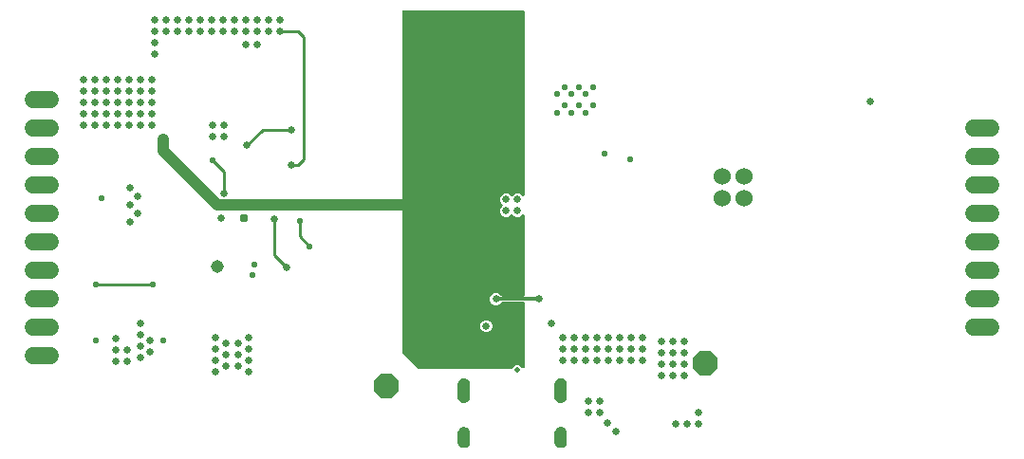
<source format=gbr>
G04 EAGLE Gerber RS-274X export*
G75*
%MOMM*%
%FSLAX34Y34*%
%LPD*%
%INBottom Copper*%
%IPPOS*%
%AMOC8*
5,1,8,0,0,1.08239X$1,22.5*%
G01*
%ADD10C,1.108000*%
%ADD11C,1.524000*%
%ADD12P,2.336880X8X22.500000*%
%ADD13C,0.534000*%
%ADD14C,0.661000*%
%ADD15C,1.143000*%
%ADD16C,1.524000*%
%ADD17C,0.480000*%
%ADD18C,0.630000*%
%ADD19C,0.680000*%
%ADD20C,0.304800*%
%ADD21C,0.254000*%
%ADD22C,0.580000*%
%ADD23C,0.508000*%
%ADD24C,1.016000*%
%ADD25C,0.780000*%

G36*
X449280Y76213D02*
X449280Y76213D01*
X449379Y76216D01*
X449437Y76233D01*
X449497Y76241D01*
X449589Y76277D01*
X449684Y76305D01*
X449736Y76335D01*
X449793Y76358D01*
X449873Y76416D01*
X449958Y76466D01*
X450034Y76532D01*
X450050Y76544D01*
X450058Y76554D01*
X450079Y76573D01*
X452837Y79331D01*
X456483Y79331D01*
X458843Y76971D01*
X458952Y76886D01*
X459059Y76797D01*
X459078Y76789D01*
X459094Y76776D01*
X459222Y76721D01*
X459347Y76662D01*
X459367Y76658D01*
X459386Y76650D01*
X459524Y76628D01*
X459660Y76602D01*
X459680Y76603D01*
X459700Y76600D01*
X459839Y76613D01*
X459977Y76622D01*
X459996Y76628D01*
X460016Y76630D01*
X460148Y76677D01*
X460279Y76720D01*
X460297Y76730D01*
X460316Y76737D01*
X460431Y76815D01*
X460548Y76890D01*
X460562Y76905D01*
X460579Y76916D01*
X460671Y77020D01*
X460766Y77121D01*
X460776Y77139D01*
X460789Y77154D01*
X460853Y77278D01*
X460920Y77400D01*
X460925Y77420D01*
X460934Y77438D01*
X460964Y77573D01*
X460999Y77708D01*
X461001Y77736D01*
X461004Y77748D01*
X461003Y77768D01*
X461009Y77869D01*
X461009Y134736D01*
X460994Y134854D01*
X460987Y134973D01*
X460974Y135011D01*
X460969Y135052D01*
X460926Y135162D01*
X460889Y135275D01*
X460867Y135310D01*
X460852Y135347D01*
X460783Y135443D01*
X460719Y135544D01*
X460689Y135572D01*
X460666Y135605D01*
X460574Y135681D01*
X460487Y135762D01*
X460452Y135782D01*
X460421Y135807D01*
X460313Y135858D01*
X460209Y135916D01*
X460169Y135926D01*
X460133Y135943D01*
X460016Y135965D01*
X459901Y135995D01*
X459841Y135999D01*
X459821Y136003D01*
X459800Y136001D01*
X459740Y136005D01*
X441299Y136005D01*
X441270Y136002D01*
X441240Y136004D01*
X441113Y135982D01*
X440984Y135965D01*
X440956Y135955D01*
X440927Y135949D01*
X440809Y135896D01*
X440688Y135848D01*
X440664Y135831D01*
X440637Y135819D01*
X440536Y135738D01*
X440431Y135662D01*
X440412Y135639D01*
X440389Y135620D01*
X440311Y135517D01*
X440228Y135417D01*
X440222Y135405D01*
X438669Y133851D01*
X436684Y133029D01*
X434536Y133029D01*
X432551Y133851D01*
X431031Y135371D01*
X430209Y137356D01*
X430209Y139504D01*
X431031Y141489D01*
X432551Y143009D01*
X434536Y143831D01*
X436684Y143831D01*
X438669Y143009D01*
X440243Y141435D01*
X440284Y141362D01*
X440305Y141341D01*
X440321Y141316D01*
X440415Y141227D01*
X440505Y141134D01*
X440531Y141118D01*
X440552Y141098D01*
X440666Y141035D01*
X440776Y140967D01*
X440805Y140959D01*
X440831Y140944D01*
X440956Y140912D01*
X441080Y140874D01*
X441110Y140872D01*
X441139Y140865D01*
X441299Y140855D01*
X459740Y140855D01*
X459858Y140870D01*
X459977Y140877D01*
X460015Y140890D01*
X460056Y140895D01*
X460166Y140938D01*
X460279Y140975D01*
X460314Y140997D01*
X460351Y141012D01*
X460447Y141081D01*
X460548Y141145D01*
X460576Y141175D01*
X460609Y141198D01*
X460685Y141290D01*
X460766Y141377D01*
X460786Y141412D01*
X460811Y141443D01*
X460862Y141551D01*
X460920Y141655D01*
X460930Y141695D01*
X460947Y141731D01*
X460969Y141848D01*
X460999Y141963D01*
X461003Y142023D01*
X461007Y142043D01*
X461005Y142064D01*
X461009Y142124D01*
X461009Y212952D01*
X460992Y213089D01*
X460979Y213228D01*
X460972Y213247D01*
X460969Y213267D01*
X460918Y213396D01*
X460871Y213527D01*
X460860Y213544D01*
X460852Y213563D01*
X460771Y213675D01*
X460693Y213790D01*
X460677Y213804D01*
X460666Y213820D01*
X460558Y213909D01*
X460454Y214001D01*
X460436Y214010D01*
X460421Y214023D01*
X460295Y214082D01*
X460171Y214145D01*
X460151Y214150D01*
X460133Y214158D01*
X459997Y214185D01*
X459861Y214215D01*
X459840Y214214D01*
X459821Y214218D01*
X459682Y214210D01*
X459543Y214205D01*
X459523Y214200D01*
X459503Y214199D01*
X459371Y214156D01*
X459237Y214117D01*
X459220Y214107D01*
X459201Y214100D01*
X459083Y214026D01*
X458963Y213955D01*
X458942Y213937D01*
X458932Y213930D01*
X458918Y213915D01*
X458843Y213849D01*
X457665Y212672D01*
X455715Y211864D01*
X453605Y211864D01*
X451655Y212672D01*
X450477Y213849D01*
X450383Y213922D01*
X450294Y214001D01*
X450258Y214019D01*
X450226Y214044D01*
X450117Y214091D01*
X450011Y214145D01*
X449972Y214154D01*
X449934Y214170D01*
X449817Y214189D01*
X449701Y214215D01*
X449660Y214214D01*
X449620Y214220D01*
X449502Y214209D01*
X449383Y214205D01*
X449344Y214194D01*
X449304Y214190D01*
X449192Y214150D01*
X449077Y214117D01*
X449042Y214096D01*
X449004Y214083D01*
X448906Y214016D01*
X448803Y213955D01*
X448758Y213916D01*
X448741Y213904D01*
X448728Y213889D01*
X448682Y213849D01*
X447505Y212672D01*
X445555Y211864D01*
X443445Y211864D01*
X441495Y212672D01*
X440002Y214165D01*
X439194Y216115D01*
X439194Y218225D01*
X440002Y220175D01*
X441179Y221353D01*
X441252Y221447D01*
X441331Y221536D01*
X441349Y221572D01*
X441374Y221604D01*
X441421Y221713D01*
X441475Y221819D01*
X441484Y221858D01*
X441500Y221896D01*
X441519Y222013D01*
X441545Y222129D01*
X441544Y222170D01*
X441550Y222210D01*
X441539Y222328D01*
X441535Y222447D01*
X441524Y222486D01*
X441520Y222526D01*
X441480Y222638D01*
X441447Y222753D01*
X441426Y222788D01*
X441413Y222826D01*
X441346Y222924D01*
X441285Y223027D01*
X441246Y223072D01*
X441234Y223089D01*
X441219Y223102D01*
X441179Y223148D01*
X440002Y224325D01*
X439194Y226275D01*
X439194Y228385D01*
X440002Y230335D01*
X441495Y231828D01*
X443445Y232636D01*
X445555Y232636D01*
X447505Y231828D01*
X448682Y230651D01*
X448777Y230578D01*
X448866Y230499D01*
X448902Y230481D01*
X448934Y230456D01*
X449043Y230409D01*
X449149Y230355D01*
X449188Y230346D01*
X449226Y230330D01*
X449343Y230311D01*
X449459Y230285D01*
X449500Y230286D01*
X449540Y230280D01*
X449658Y230291D01*
X449777Y230295D01*
X449816Y230306D01*
X449856Y230310D01*
X449969Y230350D01*
X450083Y230383D01*
X450117Y230404D01*
X450156Y230417D01*
X450254Y230484D01*
X450357Y230545D01*
X450402Y230584D01*
X450419Y230596D01*
X450432Y230611D01*
X450477Y230651D01*
X451655Y231828D01*
X453605Y232636D01*
X455715Y232636D01*
X457665Y231828D01*
X458843Y230651D01*
X458952Y230566D01*
X459059Y230477D01*
X459078Y230468D01*
X459094Y230456D01*
X459222Y230401D01*
X459347Y230342D01*
X459367Y230338D01*
X459386Y230330D01*
X459524Y230308D01*
X459660Y230282D01*
X459680Y230283D01*
X459700Y230280D01*
X459839Y230293D01*
X459977Y230301D01*
X459996Y230308D01*
X460016Y230310D01*
X460148Y230357D01*
X460279Y230400D01*
X460297Y230410D01*
X460316Y230417D01*
X460431Y230495D01*
X460548Y230570D01*
X460562Y230584D01*
X460579Y230596D01*
X460671Y230700D01*
X460766Y230801D01*
X460776Y230819D01*
X460789Y230834D01*
X460853Y230958D01*
X460920Y231080D01*
X460925Y231099D01*
X460934Y231117D01*
X460964Y231253D01*
X460999Y231388D01*
X461001Y231416D01*
X461004Y231428D01*
X461003Y231448D01*
X461009Y231548D01*
X461009Y394968D01*
X460994Y395086D01*
X460987Y395205D01*
X460974Y395243D01*
X460969Y395284D01*
X460926Y395394D01*
X460889Y395507D01*
X460867Y395542D01*
X460852Y395579D01*
X460782Y395675D01*
X460719Y395776D01*
X460689Y395804D01*
X460666Y395837D01*
X460574Y395913D01*
X460487Y395994D01*
X460452Y396014D01*
X460421Y396039D01*
X460313Y396090D01*
X460209Y396148D01*
X460169Y396158D01*
X460133Y396175D01*
X460016Y396197D01*
X459901Y396227D01*
X459840Y396231D01*
X459820Y396235D01*
X459800Y396233D01*
X459740Y396237D01*
X353060Y396237D01*
X352942Y396222D01*
X352823Y396215D01*
X352785Y396202D01*
X352744Y396197D01*
X352634Y396154D01*
X352521Y396117D01*
X352486Y396095D01*
X352449Y396080D01*
X352353Y396011D01*
X352252Y395947D01*
X352224Y395917D01*
X352191Y395894D01*
X352116Y395802D01*
X352034Y395715D01*
X352014Y395680D01*
X351989Y395649D01*
X351938Y395541D01*
X351880Y395437D01*
X351870Y395397D01*
X351853Y395361D01*
X351831Y395244D01*
X351801Y395129D01*
X351797Y395069D01*
X351793Y395049D01*
X351795Y395028D01*
X351791Y394968D01*
X351791Y91440D01*
X351803Y91342D01*
X351806Y91243D01*
X351823Y91185D01*
X351831Y91124D01*
X351867Y91032D01*
X351895Y90937D01*
X351917Y90899D01*
X351919Y90892D01*
X351928Y90879D01*
X351948Y90829D01*
X352006Y90749D01*
X352056Y90663D01*
X352086Y90630D01*
X352090Y90624D01*
X352099Y90615D01*
X352122Y90588D01*
X352134Y90571D01*
X352144Y90564D01*
X352163Y90543D01*
X366133Y76573D01*
X366211Y76512D01*
X366283Y76444D01*
X366336Y76415D01*
X366384Y76378D01*
X366475Y76338D01*
X366561Y76290D01*
X366620Y76275D01*
X366676Y76251D01*
X366774Y76236D01*
X366869Y76211D01*
X366969Y76205D01*
X366990Y76201D01*
X367002Y76203D01*
X367030Y76201D01*
X449181Y76201D01*
X449280Y76213D01*
G37*
G36*
X407969Y45929D02*
X407969Y45929D01*
X408010Y45943D01*
X408077Y45954D01*
X409134Y46324D01*
X409155Y46336D01*
X409171Y46340D01*
X409194Y46355D01*
X409235Y46372D01*
X410183Y46968D01*
X410214Y46998D01*
X410270Y47038D01*
X411062Y47830D01*
X411086Y47866D01*
X411132Y47917D01*
X411728Y48865D01*
X411743Y48905D01*
X411776Y48966D01*
X412146Y50023D01*
X412152Y50065D01*
X412171Y50132D01*
X412296Y51244D01*
X412294Y51269D01*
X412299Y51300D01*
X412299Y62300D01*
X412294Y62324D01*
X412296Y62356D01*
X412171Y63469D01*
X412157Y63510D01*
X412146Y63577D01*
X411776Y64634D01*
X411754Y64671D01*
X411728Y64735D01*
X411132Y65683D01*
X411102Y65714D01*
X411062Y65770D01*
X410270Y66562D01*
X410234Y66586D01*
X410183Y66632D01*
X409235Y67228D01*
X409195Y67243D01*
X409134Y67276D01*
X408077Y67646D01*
X408035Y67652D01*
X407969Y67671D01*
X406856Y67796D01*
X406813Y67792D01*
X406744Y67796D01*
X405632Y67671D01*
X405590Y67657D01*
X405523Y67646D01*
X404466Y67276D01*
X404429Y67254D01*
X404365Y67228D01*
X403417Y66632D01*
X403386Y66602D01*
X403330Y66562D01*
X402538Y65770D01*
X402514Y65734D01*
X402468Y65683D01*
X401872Y64735D01*
X401857Y64695D01*
X401824Y64634D01*
X401454Y63577D01*
X401448Y63535D01*
X401429Y63469D01*
X401304Y62356D01*
X401306Y62331D01*
X401301Y62300D01*
X401301Y51300D01*
X401304Y51286D01*
X401302Y51276D01*
X401305Y51263D01*
X401304Y51244D01*
X401429Y50132D01*
X401443Y50090D01*
X401454Y50023D01*
X401824Y48966D01*
X401846Y48929D01*
X401872Y48865D01*
X402468Y47917D01*
X402498Y47886D01*
X402538Y47830D01*
X403330Y47038D01*
X403366Y47014D01*
X403417Y46968D01*
X404365Y46372D01*
X404405Y46357D01*
X404466Y46324D01*
X405523Y45954D01*
X405565Y45948D01*
X405632Y45929D01*
X406744Y45804D01*
X406787Y45808D01*
X406856Y45804D01*
X407969Y45929D01*
G37*
G36*
X494369Y45929D02*
X494369Y45929D01*
X494410Y45943D01*
X494477Y45954D01*
X495534Y46324D01*
X495555Y46336D01*
X495571Y46340D01*
X495594Y46355D01*
X495635Y46372D01*
X496583Y46968D01*
X496614Y46998D01*
X496670Y47038D01*
X497462Y47830D01*
X497486Y47866D01*
X497532Y47917D01*
X498128Y48865D01*
X498143Y48905D01*
X498176Y48966D01*
X498546Y50023D01*
X498552Y50065D01*
X498571Y50132D01*
X498696Y51244D01*
X498694Y51269D01*
X498699Y51300D01*
X498699Y62300D01*
X498694Y62324D01*
X498696Y62356D01*
X498571Y63469D01*
X498557Y63510D01*
X498546Y63577D01*
X498176Y64634D01*
X498154Y64671D01*
X498128Y64735D01*
X497532Y65683D01*
X497502Y65714D01*
X497462Y65770D01*
X496670Y66562D01*
X496634Y66586D01*
X496583Y66632D01*
X495635Y67228D01*
X495595Y67243D01*
X495534Y67276D01*
X494477Y67646D01*
X494435Y67652D01*
X494369Y67671D01*
X493256Y67796D01*
X493213Y67792D01*
X493144Y67796D01*
X492032Y67671D01*
X491990Y67657D01*
X491923Y67646D01*
X490866Y67276D01*
X490829Y67254D01*
X490765Y67228D01*
X489817Y66632D01*
X489786Y66602D01*
X489730Y66562D01*
X488938Y65770D01*
X488914Y65734D01*
X488868Y65683D01*
X488272Y64735D01*
X488257Y64695D01*
X488224Y64634D01*
X487854Y63577D01*
X487848Y63535D01*
X487829Y63469D01*
X487704Y62356D01*
X487706Y62331D01*
X487701Y62300D01*
X487701Y51300D01*
X487704Y51286D01*
X487702Y51276D01*
X487705Y51263D01*
X487704Y51244D01*
X487829Y50132D01*
X487843Y50090D01*
X487854Y50023D01*
X488224Y48966D01*
X488246Y48929D01*
X488272Y48865D01*
X488868Y47917D01*
X488898Y47886D01*
X488938Y47830D01*
X489730Y47038D01*
X489766Y47014D01*
X489817Y46968D01*
X490765Y46372D01*
X490805Y46357D01*
X490866Y46324D01*
X491923Y45954D01*
X491965Y45948D01*
X492032Y45929D01*
X493144Y45804D01*
X493187Y45808D01*
X493256Y45804D01*
X494369Y45929D01*
G37*
G36*
X407969Y5629D02*
X407969Y5629D01*
X408010Y5643D01*
X408077Y5654D01*
X409134Y6024D01*
X409155Y6036D01*
X409171Y6040D01*
X409194Y6055D01*
X409235Y6072D01*
X410183Y6668D01*
X410214Y6698D01*
X410270Y6738D01*
X411062Y7530D01*
X411086Y7566D01*
X411132Y7617D01*
X411728Y8565D01*
X411743Y8605D01*
X411776Y8666D01*
X412146Y9723D01*
X412152Y9765D01*
X412171Y9832D01*
X412296Y10944D01*
X412294Y10969D01*
X412299Y11000D01*
X412299Y19000D01*
X412294Y19024D01*
X412296Y19056D01*
X412171Y20169D01*
X412157Y20210D01*
X412146Y20277D01*
X411776Y21334D01*
X411754Y21371D01*
X411728Y21435D01*
X411132Y22383D01*
X411102Y22414D01*
X411062Y22470D01*
X410270Y23262D01*
X410234Y23286D01*
X410183Y23332D01*
X409235Y23928D01*
X409195Y23943D01*
X409134Y23976D01*
X408077Y24346D01*
X408035Y24352D01*
X407969Y24371D01*
X406856Y24496D01*
X406813Y24492D01*
X406744Y24496D01*
X405632Y24371D01*
X405590Y24357D01*
X405523Y24346D01*
X404466Y23976D01*
X404429Y23954D01*
X404365Y23928D01*
X403417Y23332D01*
X403386Y23302D01*
X403330Y23262D01*
X402538Y22470D01*
X402514Y22434D01*
X402468Y22383D01*
X401872Y21435D01*
X401857Y21395D01*
X401824Y21334D01*
X401454Y20277D01*
X401448Y20235D01*
X401429Y20169D01*
X401304Y19056D01*
X401306Y19031D01*
X401301Y19000D01*
X401301Y11000D01*
X401304Y10986D01*
X401302Y10976D01*
X401305Y10963D01*
X401304Y10944D01*
X401429Y9832D01*
X401443Y9790D01*
X401454Y9723D01*
X401824Y8666D01*
X401846Y8629D01*
X401872Y8565D01*
X402468Y7617D01*
X402498Y7586D01*
X402538Y7530D01*
X403330Y6738D01*
X403366Y6714D01*
X403417Y6668D01*
X404365Y6072D01*
X404405Y6057D01*
X404466Y6024D01*
X405523Y5654D01*
X405565Y5648D01*
X405632Y5629D01*
X406744Y5504D01*
X406787Y5508D01*
X406856Y5504D01*
X407969Y5629D01*
G37*
G36*
X494369Y5629D02*
X494369Y5629D01*
X494410Y5643D01*
X494477Y5654D01*
X495534Y6024D01*
X495555Y6036D01*
X495571Y6040D01*
X495594Y6055D01*
X495635Y6072D01*
X496583Y6668D01*
X496614Y6698D01*
X496670Y6738D01*
X497462Y7530D01*
X497486Y7566D01*
X497532Y7617D01*
X498128Y8565D01*
X498143Y8605D01*
X498176Y8666D01*
X498546Y9723D01*
X498552Y9765D01*
X498571Y9832D01*
X498696Y10944D01*
X498694Y10969D01*
X498699Y11000D01*
X498699Y19000D01*
X498694Y19024D01*
X498696Y19056D01*
X498571Y20169D01*
X498557Y20210D01*
X498546Y20277D01*
X498176Y21334D01*
X498154Y21371D01*
X498128Y21435D01*
X497532Y22383D01*
X497502Y22414D01*
X497462Y22470D01*
X496670Y23262D01*
X496634Y23286D01*
X496583Y23332D01*
X495635Y23928D01*
X495595Y23943D01*
X495534Y23976D01*
X494477Y24346D01*
X494435Y24352D01*
X494369Y24371D01*
X493256Y24496D01*
X493213Y24492D01*
X493144Y24496D01*
X492032Y24371D01*
X491990Y24357D01*
X491923Y24346D01*
X490866Y23976D01*
X490829Y23954D01*
X490765Y23928D01*
X489817Y23332D01*
X489786Y23302D01*
X489730Y23262D01*
X488938Y22470D01*
X488914Y22434D01*
X488868Y22383D01*
X488272Y21435D01*
X488257Y21395D01*
X488224Y21334D01*
X487854Y20277D01*
X487848Y20235D01*
X487829Y20169D01*
X487704Y19056D01*
X487706Y19031D01*
X487701Y19000D01*
X487701Y11000D01*
X487704Y10986D01*
X487702Y10976D01*
X487705Y10963D01*
X487704Y10944D01*
X487829Y9832D01*
X487843Y9790D01*
X487854Y9723D01*
X488224Y8666D01*
X488246Y8629D01*
X488272Y8565D01*
X488868Y7617D01*
X488898Y7586D01*
X488938Y7530D01*
X489730Y6738D01*
X489766Y6714D01*
X489817Y6668D01*
X490765Y6072D01*
X490805Y6057D01*
X490866Y6024D01*
X491923Y5654D01*
X491965Y5648D01*
X492032Y5629D01*
X493144Y5504D01*
X493187Y5508D01*
X493256Y5504D01*
X494369Y5629D01*
G37*
%LPC*%
G36*
X425665Y108994D02*
X425665Y108994D01*
X423715Y109802D01*
X422222Y111295D01*
X421414Y113245D01*
X421414Y115355D01*
X422222Y117305D01*
X423715Y118798D01*
X425665Y119606D01*
X427775Y119606D01*
X429725Y118798D01*
X431218Y117305D01*
X432026Y115355D01*
X432026Y113245D01*
X431218Y111295D01*
X429725Y109802D01*
X427775Y108994D01*
X425665Y108994D01*
G37*
%LPD*%
D10*
X406800Y56800D03*
X493200Y56800D03*
X406800Y15000D03*
X493200Y15000D03*
D11*
X861880Y113050D02*
X877120Y113050D01*
X877120Y138450D02*
X861880Y138450D01*
X861880Y163850D02*
X877120Y163850D01*
X877120Y189250D02*
X861880Y189250D01*
X861880Y214650D02*
X877120Y214650D01*
X877120Y240050D02*
X861880Y240050D01*
X861880Y265450D02*
X877120Y265450D01*
X877120Y290850D02*
X861880Y290850D01*
X37620Y87650D02*
X22380Y87650D01*
X22380Y113050D02*
X37620Y113050D01*
X37620Y138450D02*
X22380Y138450D01*
X22380Y163850D02*
X37620Y163850D01*
X37620Y189250D02*
X22380Y189250D01*
X22380Y214650D02*
X37620Y214650D01*
X37620Y240050D02*
X22380Y240050D01*
X22380Y265450D02*
X37620Y265450D01*
X37620Y290850D02*
X22380Y290850D01*
X22380Y316250D02*
X37620Y316250D01*
D12*
X337820Y60960D03*
X363220Y132080D03*
X622300Y81280D03*
D13*
X532130Y267970D03*
X496570Y327660D03*
X490220Y321310D03*
X502920Y321310D03*
X509270Y327660D03*
X515620Y321310D03*
X521970Y327660D03*
X78740Y101600D03*
X138430Y101600D03*
X83820Y228600D03*
D14*
X106680Y92710D03*
X106680Y82550D03*
X96520Y82550D03*
X96520Y92710D03*
X96520Y102870D03*
X109220Y237490D03*
X109220Y207010D03*
X115570Y214630D03*
X109220Y222250D03*
X115570Y229870D03*
D15*
X186690Y167640D03*
D13*
X219710Y168910D03*
X218440Y160020D03*
D14*
X205740Y99060D03*
X214630Y104140D03*
X214630Y93980D03*
X214630Y83820D03*
X205740Y88900D03*
X205740Y78740D03*
X214630Y73660D03*
X769620Y314960D03*
X518160Y46990D03*
X528320Y46990D03*
X528320Y36830D03*
X518160Y36830D03*
X534670Y27940D03*
X542290Y20320D03*
X615950Y36830D03*
X615950Y26670D03*
X595630Y26670D03*
D16*
X637540Y247650D03*
X656590Y247650D03*
X656590Y228600D03*
X637540Y228600D03*
D17*
X454660Y74930D03*
D14*
X426720Y114300D03*
X485140Y116840D03*
D18*
X193040Y293370D03*
X193040Y283210D03*
X182880Y283210D03*
X182880Y293370D03*
D14*
X67310Y323850D03*
X67310Y334010D03*
X87630Y334010D03*
X97790Y334010D03*
X107950Y334010D03*
X77470Y323850D03*
X77470Y334010D03*
X87630Y323850D03*
X97790Y323850D03*
X107950Y323850D03*
X67310Y313690D03*
X77470Y313690D03*
X67310Y303530D03*
X77470Y303530D03*
X87630Y303530D03*
X87630Y313690D03*
X107950Y313690D03*
X118110Y313690D03*
X128270Y313690D03*
X97790Y303530D03*
X97790Y313690D03*
X107950Y303530D03*
X118110Y303530D03*
X128270Y303530D03*
X87630Y293370D03*
X107950Y293370D03*
X118110Y293370D03*
X128270Y293370D03*
X97790Y293370D03*
X67310Y293370D03*
X77470Y293370D03*
X444500Y227330D03*
X444500Y217170D03*
X454660Y217170D03*
X454660Y227330D03*
X118110Y334010D03*
X128270Y334010D03*
X118110Y323850D03*
X128270Y323850D03*
D13*
X554990Y262890D03*
X490220Y304800D03*
X496570Y311150D03*
X502920Y304800D03*
X509270Y311150D03*
X515620Y304800D03*
X521970Y311150D03*
D14*
X185420Y104140D03*
X194310Y99060D03*
X194310Y88900D03*
X185420Y93980D03*
X185420Y83820D03*
X185420Y73660D03*
X194310Y78740D03*
X603250Y80010D03*
X593090Y80010D03*
X593090Y90170D03*
X603250Y90170D03*
X603250Y100330D03*
X582930Y100330D03*
X582930Y90170D03*
X582930Y80010D03*
X582930Y69850D03*
X593090Y69850D03*
X603250Y69850D03*
X593090Y100330D03*
X190500Y210820D03*
D19*
X435610Y138430D03*
D20*
X473710Y138430D01*
D19*
X473710Y138430D03*
D13*
X129540Y151130D03*
D21*
X78740Y151130D01*
D13*
X78740Y151130D03*
X260350Y208280D03*
D21*
X260350Y194310D02*
X269240Y185420D01*
X260350Y194310D02*
X260350Y208280D01*
D13*
X269240Y185420D03*
D14*
X118110Y116840D03*
X118110Y106680D03*
X118110Y96520D03*
X118110Y86360D03*
X127000Y101600D03*
X127000Y91440D03*
X130810Y377190D03*
X130810Y367030D03*
X130810Y387350D03*
X151130Y387350D03*
X161290Y387350D03*
X171450Y387350D03*
X140970Y377190D03*
X140970Y387350D03*
X151130Y377190D03*
X161290Y377190D03*
X171450Y377190D03*
X130810Y356870D03*
X191770Y387350D03*
X201930Y387350D03*
X212090Y387350D03*
X181610Y377190D03*
X181610Y387350D03*
X191770Y377190D03*
X201930Y377190D03*
X212090Y377190D03*
X232410Y387350D03*
X242570Y387350D03*
X222250Y377190D03*
X222250Y387350D03*
X232410Y377190D03*
X242570Y377190D03*
X222250Y365760D03*
X212090Y365760D03*
D18*
X252730Y257810D03*
D21*
X259080Y257810D01*
X264160Y262890D01*
X264160Y372110D01*
X259080Y377190D02*
X242570Y377190D01*
X259080Y377190D02*
X264160Y372110D01*
D18*
X248920Y166370D03*
D21*
X237490Y177800D01*
X237490Y209550D01*
D18*
X237490Y209550D03*
X193040Y232480D03*
D21*
X193040Y252305D01*
X182521Y262824D01*
D22*
X182521Y262824D03*
D14*
X391160Y111760D03*
X401320Y111760D03*
X411480Y111760D03*
X411480Y101600D03*
X401320Y101600D03*
X391160Y101600D03*
X391160Y91440D03*
X391160Y81280D03*
X401320Y81280D03*
X411480Y81280D03*
X411480Y91440D03*
X401320Y91440D03*
X412750Y294640D03*
X422910Y294640D03*
X433070Y284480D03*
X422910Y284480D03*
X412750Y284480D03*
X412750Y274320D03*
X412750Y264160D03*
X422910Y264160D03*
X433070Y264160D03*
X433070Y274320D03*
X422910Y274320D03*
X433070Y294640D03*
X454660Y97790D03*
D23*
X450850Y101600D01*
X411480Y101600D01*
D14*
X381000Y101600D03*
X381000Y111760D03*
X381000Y121920D03*
X391160Y121920D03*
X401320Y121920D03*
X411480Y121920D03*
X391160Y142240D03*
X401320Y142240D03*
X411480Y142240D03*
X381000Y132080D03*
X381000Y142240D03*
X381000Y152400D03*
X391160Y132080D03*
X401320Y132080D03*
X411480Y132080D03*
X391160Y152400D03*
X401320Y152400D03*
X411480Y152400D03*
X381000Y81280D03*
X381000Y91440D03*
X546100Y83820D03*
X556260Y83820D03*
X566420Y83820D03*
X546100Y93980D03*
X556260Y93980D03*
X566420Y93980D03*
X546100Y104140D03*
X556260Y104140D03*
X566420Y104140D03*
X535940Y83820D03*
X535940Y93980D03*
X535940Y104140D03*
X505460Y104140D03*
X515620Y104140D03*
X525780Y104140D03*
X505460Y93980D03*
X515620Y93980D03*
X525780Y93980D03*
X505460Y83820D03*
X515620Y83820D03*
X525780Y83820D03*
X495300Y83820D03*
X495300Y93980D03*
X495300Y104140D03*
X412750Y340360D03*
X422910Y340360D03*
X433070Y330200D03*
X422910Y330200D03*
X412750Y330200D03*
X412750Y320040D03*
X412750Y309880D03*
X422910Y309880D03*
X433070Y309880D03*
X433070Y320040D03*
X422910Y320040D03*
X433070Y340360D03*
X412750Y387350D03*
X422910Y387350D03*
X433070Y377190D03*
X422910Y377190D03*
X412750Y377190D03*
X412750Y367030D03*
X412750Y356870D03*
X422910Y356870D03*
X433070Y356870D03*
X433070Y367030D03*
X422910Y367030D03*
X433070Y387350D03*
D18*
X138430Y280670D03*
X138430Y270510D03*
D24*
X138430Y280670D01*
X138430Y270510D02*
X186690Y222250D01*
X370840Y222250D01*
X412750Y264160D01*
D14*
X605790Y26670D03*
D18*
X213360Y275590D03*
X252730Y289560D03*
D21*
X227330Y289560D02*
X213360Y275590D01*
X227330Y289560D02*
X252730Y289560D01*
D25*
X210820Y210820D03*
M02*

</source>
